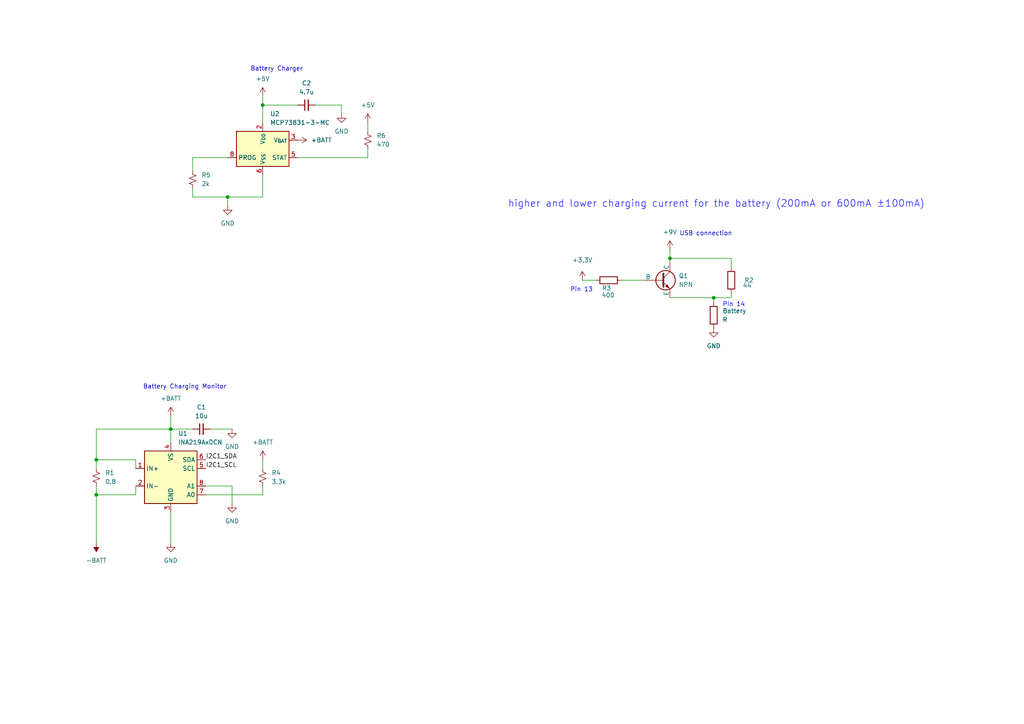
<source format=kicad_sch>
(kicad_sch (version 20250114) (generator "eeschema") (generator_version "9.0")
  (paper "A4")
  (lib_symbols
    (symbol "Battery_Management:MCP73831-3-MC"
      (property "Reference" "U" (at -7.62 6.35 0))
      (property "Value" "MCP73831-3-MC" (at 1.27 6.35 0))
      (symbol "MCP73831-3-MC_0_1"
        (rectangle (start -7.62 5.08) (end 7.62 -5.08) (stroke (width 0.254)) (fill (type background)))
      )
      (symbol "MCP73831-3-MC_1_1"
        (pin input line (at -10.16 -2.54 0) (length 2.54) (name "PROG") (number "8"))
        (pin no_connect line (at -7.62 2.54 0) (length 2.54) (hide yes) (name "NC") (number "7"))
        (pin passive line (at 0 7.62 270) (length 2.54) (hide yes) (name "V_{DD}") (number "1"))
        (pin power_in line (at 0 7.62 270) (length 2.54) (name "V_{DD}") (number "2"))
        (pin power_in line (at 0 -7.62 90) (length 2.54) (name "V_{SS}") (number "6"))
        (pin power_out line (at 10.16 2.54 180) (length 2.54) (name "V_{BAT}") (number "3"))
        (pin passive line (at 10.16 2.54 180) (length 2.54) (hide yes) (name "V_{BAT}") (number "4"))
        (pin tri_state line (at 10.16 -2.54 180) (length 2.54) (name "STAT") (number "5"))
      )
    )
    (symbol "Device:C_Small" (pin_numbers (hide yes)) (pin_names (offset 0.254) (hide yes))
      (property "Reference" "C" (at 0.254 1.778 0))
      (property "Value" "C_Small" (at 0.254 -2.032 0))
      (symbol "C_Small_0_1"
        (polyline (pts (xy -1.524 0.508) (xy 1.524 0.508)) (stroke (width 0.3048)))
        (polyline (pts (xy -1.524 -0.508) (xy 1.524 -0.508)) (stroke (width 0.3302)))
      )
      (symbol "C_Small_1_1"
        (pin passive line (at 0 2.54 270) (length 2.032) (name "~") (number "1"))
        (pin passive line (at 0 -2.54 90) (length 2.032) (name "~") (number "2"))
      )
    )
    (symbol "Device:R" (pin_numbers (hide yes)) (pin_names (offset 0))
      (property "Reference" "R" (at 2.032 0 90))
      (property "Value" "R" (at 0 0 90))
      (symbol "R_0_1"
        (rectangle (start -1.016 -2.54) (end 1.016 2.54) (stroke (width 0.254)))
      )
      (symbol "R_1_1"
        (pin passive line (at 0 3.81 270) (length 1.27) (name "~") (number "1"))
        (pin passive line (at 0 -3.81 90) (length 1.27) (name "~") (number "2"))
      )
    )
    (symbol "Device:R_Small_US" (pin_numbers (hide yes)) (pin_names (offset 0.254) (hide yes))
      (property "Reference" "R" (at 0.762 0.508 0))
      (property "Value" "R_Small_US" (at 0.762 -1.016 0))
      (symbol "R_Small_US_1_1"
        (polyline (pts (xy 0 1.524) (xy 1.016 1.143) (xy 0 0.762) (xy -1.016 0.381) (xy 0 0)))
        (polyline (pts (xy 0 0) (xy 1.016 -0.381) (xy 0 -0.762) (xy -1.016 -1.143) (xy 0 -1.524)))
        (pin passive line (at 0 2.54 270) (length 1.016) (name "~") (number "1"))
        (pin passive line (at 0 -2.54 90) (length 1.016) (name "~") (number "2"))
      )
    )
    (symbol "Sensor_Energy:INA219AxDCN"
      (property "Reference" "U" (at -6.35 8.89 0))
      (property "Value" "INA219AxDCN" (at 6.35 8.89 0))
      (symbol "INA219AxDCN_0_1"
        (rectangle (start -7.62 7.62) (end 7.62 -7.62) (stroke (width 0.254)) (fill (type background)))
      )
      (symbol "INA219AxDCN_1_1"
        (pin input line (at -10.16 2.54 0) (length 2.54) (name "IN+") (number "1"))
        (pin input line (at -10.16 -2.54 0) (length 2.54) (name "IN-") (number "2"))
        (pin power_in line (at 0 10.16 270) (length 2.54) (name "VS") (number "4"))
        (pin power_in line (at 0 -10.16 90) (length 2.54) (name "GND") (number "3"))
        (pin bidirectional line (at 10.16 5.08 180) (length 2.54) (name "SDA") (number "6"))
        (pin input line (at 10.16 2.54 180) (length 2.54) (name "SCL") (number "5"))
        (pin input line (at 10.16 -2.54 180) (length 2.54) (name "A1") (number "8"))
        (pin input line (at 10.16 -5.08 180) (length 2.54) (name "A0") (number "7"))
      )
    )
    (symbol "Simulation_SPICE:NPN" (pin_numbers (hide yes)) (pin_names (offset 0))
      (property "Reference" "Q" (at -2.54 7.62 0))
      (property "Value" "NPN" (at -2.54 5.08 0))
      (symbol "NPN_0_1"
        (polyline (pts (xy -2.54 0) (xy 0.635 0)) (stroke (width 0.1524)))
        (polyline (pts (xy 0.635 1.905) (xy 0.635 -1.905) (xy 0.635 -1.905)) (stroke (width 0.508)))
        (polyline (pts (xy 0.635 0.635) (xy 2.54 2.54)))
        (polyline (pts (xy 0.635 -0.635) (xy 2.54 -2.54) (xy 2.54 -2.54)))
        (circle (center 1.27 0) (radius 2.8194) (stroke (width 0.254)))
        (polyline (pts (xy 1.27 -1.778) (xy 1.778 -1.27) (xy 2.286 -2.286) (xy 1.27 -1.778) (xy 1.27 -1.778)) (fill (type outline)))
        (polyline (pts (xy 2.794 -1.27) (xy 2.794 -1.27)) (stroke (width 0.1524)))
        (polyline (pts (xy 2.794 -1.27) (xy 2.794 -1.27)) (stroke (width 0.1524)))
      )
      (symbol "NPN_1_1"
        (pin input line (at -5.08 0 0) (length 2.54) (name "B") (number "2"))
        (pin open_collector line (at 2.54 5.08 270) (length 2.54) (name "C") (number "1"))
        (pin open_emitter line (at 2.54 -5.08 90) (length 2.54) (name "E") (number "3"))
      )
    )
    (symbol "power:+3.3V" (power) (pin_numbers (hide yes)) (pin_names (offset 0) (hide yes))
      (property "Value" "+3.3V" (at 0 3.556 0))
      (symbol "+3.3V_0_1"
        (polyline (pts (xy -0.762 1.27) (xy 0 2.54)))
        (polyline (pts (xy 0 2.54) (xy 0.762 1.27)))
        (polyline (pts (xy 0 0) (xy 0 2.54)))
      )
      (symbol "+3.3V_1_1"
        (pin power_in line (at 0 0 90) (length 0) (name "~") (number "1"))
      )
    )
    (symbol "power:+5V" (power) (pin_numbers (hide yes)) (pin_names (offset 0) (hide yes))
      (property "Value" "+5V" (at 0 3.556 0))
      (symbol "+5V_0_1"
        (polyline (pts (xy -0.762 1.27) (xy 0 2.54)))
        (polyline (pts (xy 0 2.54) (xy 0.762 1.27)))
        (polyline (pts (xy 0 0) (xy 0 2.54)))
      )
      (symbol "+5V_1_1"
        (pin power_in line (at 0 0 90) (length 0) (name "~") (number "1"))
      )
    )
    (symbol "power:+9V" (power) (pin_numbers (hide yes)) (pin_names (offset 0) (hide yes))
      (property "Value" "+9V" (at 0 3.556 0))
      (symbol "+9V_0_1"
        (polyline (pts (xy -0.762 1.27) (xy 0 2.54)))
        (polyline (pts (xy 0 2.54) (xy 0.762 1.27)))
        (polyline (pts (xy 0 0) (xy 0 2.54)))
      )
      (symbol "+9V_1_1"
        (pin power_in line (at 0 0 90) (length 0) (name "~") (number "1"))
      )
    )
    (symbol "power:+BATT" (power) (pin_numbers (hide yes)) (pin_names (offset 0) (hide yes))
      (property "Value" "+BATT" (at 0 3.556 0))
      (symbol "+BATT_0_1"
        (polyline (pts (xy -0.762 1.27) (xy 0 2.54)))
        (polyline (pts (xy 0 2.54) (xy 0.762 1.27)))
        (polyline (pts (xy 0 0) (xy 0 2.54)))
      )
      (symbol "+BATT_1_1"
        (pin power_in line (at 0 0 90) (length 0) (name "~") (number "1"))
      )
    )
    (symbol "power:-BATT" (power) (pin_numbers (hide yes)) (pin_names (offset 0) (hide yes))
      (property "Value" "-BATT" (at 0 3.556 0))
      (symbol "-BATT_0_1"
        (polyline (pts (xy 0 0) (xy 0 2.54)))
        (polyline (pts (xy 0.762 1.27) (xy -0.762 1.27) (xy 0 2.54) (xy 0.762 1.27)) (fill (type outline)))
      )
      (symbol "-BATT_1_1"
        (pin power_in line (at 0 0 90) (length 0) (name "~") (number "1"))
      )
    )
    (symbol "power:GND" (power) (pin_numbers (hide yes)) (pin_names (offset 0) (hide yes))
      (property "Value" "GND" (at 0 -3.81 0))
      (symbol "GND_0_1"
        (polyline (pts (xy 0 0) (xy 0 -1.27) (xy 1.27 -1.27) (xy 0 -2.54) (xy -1.27 -1.27) (xy 0 -1.27)))
      )
      (symbol "GND_1_1"
        (pin power_in line (at 0 0 270) (length 0) (name "~") (number "1"))
      )
    )
  )
  (text "Battery Charging Monitor" (at 53.594 112.268 0) (effects (font (size 1.27 1.27))))
  (text "Pin 13" (at 168.656 84.074 0) (effects (font (size 1.27 1.27))))
  (text "higher and lower charging current for the battery (200mA or 600mA ±100mA)" (at 207.772 59.182 0) (effects (font (size 2 2))))
  (text "USB connection" (at 204.724 67.818 0) (effects (font (size 1.27 1.27))))
  (text "Battery Charger" (at 80.264 20.066 0) (effects (font (size 1.27 1.27))))
  (text "Pin 14" (at 212.852 88.392 0) (effects (font (size 1.27 1.27))))
  (junction (at 66.04 57.15))
  (junction (at 207.01 86.36))
  (junction (at 27.94 143.51))
  (junction (at 27.94 133.35))
  (junction (at 49.53 124.46))
  (junction (at 194.31 74.93))
  (junction (at 76.2 30.48))
  (wire (pts (xy 49.53 124.46) (xy 49.53 128.27)))
  (wire (pts (xy 76.2 133.35) (xy 76.2 135.89)))
  (wire (pts (xy 76.2 30.48) (xy 76.2 35.56)))
  (wire (pts (xy 55.88 57.15) (xy 66.04 57.15)))
  (wire (pts (xy 76.2 27.94) (xy 76.2 30.48)))
  (wire (pts (xy 55.88 45.72) (xy 66.04 45.72)))
  (wire (pts (xy 27.94 124.46) (xy 49.53 124.46)))
  (wire (pts (xy 66.04 59.69) (xy 66.04 57.15)))
  (wire (pts (xy 67.31 140.97) (xy 67.31 146.05)))
  (wire (pts (xy 39.37 140.97) (xy 39.37 143.51)))
  (wire (pts (xy 60.96 124.46) (xy 67.31 124.46)))
  (wire (pts (xy 27.94 133.35) (xy 27.94 124.46)))
  (wire (pts (xy 49.53 148.59) (xy 49.53 157.48)))
  (wire (pts (xy 49.53 124.46) (xy 55.88 124.46)))
  (wire (pts (xy 27.94 140.97) (xy 27.94 143.51)))
  (wire (pts (xy 194.31 74.93) (xy 212.09 74.93)))
  (wire (pts (xy 168.91 81.28) (xy 172.72 81.28)))
  (wire (pts (xy 91.44 30.48) (xy 99.06 30.48)))
  (wire (pts (xy 27.94 143.51) (xy 27.94 157.48)))
  (wire (pts (xy 212.09 74.93) (xy 212.09 77.47)))
  (wire (pts (xy 180.34 81.28) (xy 186.69 81.28)))
  (wire (pts (xy 106.68 35.56) (xy 106.68 38.1)))
  (wire (pts (xy 207.01 86.36) (xy 212.09 86.36)))
  (wire (pts (xy 212.09 86.36) (xy 212.09 85.09)))
  (wire (pts (xy 55.88 54.61) (xy 55.88 57.15)))
  (wire (pts (xy 76.2 57.15) (xy 76.2 50.8)))
  (wire (pts (xy 207.01 87.63) (xy 207.01 86.36)))
  (wire (pts (xy 39.37 133.35) (xy 27.94 133.35)))
  (wire (pts (xy 194.31 74.93) (xy 194.31 76.2)))
  (wire (pts (xy 39.37 143.51) (xy 27.94 143.51)))
  (wire (pts (xy 55.88 49.53) (xy 55.88 45.72)))
  (wire (pts (xy 39.37 135.89) (xy 39.37 133.35)))
  (wire (pts (xy 194.31 72.39) (xy 194.31 74.93)))
  (wire (pts (xy 194.31 86.36) (xy 207.01 86.36)))
  (wire (pts (xy 59.69 143.51) (xy 76.2 143.51)))
  (wire (pts (xy 106.68 45.72) (xy 86.36 45.72)))
  (wire (pts (xy 76.2 30.48) (xy 86.36 30.48)))
  (wire (pts (xy 27.94 133.35) (xy 27.94 135.89)))
  (wire (pts (xy 106.68 43.18) (xy 106.68 45.72)))
  (wire (pts (xy 66.04 57.15) (xy 76.2 57.15)))
  (wire (pts (xy 99.06 30.48) (xy 99.06 33.02)))
  (wire (pts (xy 59.69 140.97) (xy 67.31 140.97)))
  (wire (pts (xy 49.53 120.65) (xy 49.53 124.46)))
  (wire (pts (xy 76.2 140.97) (xy 76.2 143.51)))
  (label "I2C1_SDA" (at 59.69 133.35 0))
  (label "I2C1_SCL" (at 59.69 135.89 0))
  (symbol (lib_id "power:GND") (at 67.31 124.46 0) (unit 1)
    (property "Reference" "#PWR06" (effects (hide yes)))
    (property "Value" "GND" (at 67.31 129.54 0))
    (property "Description" "Power symbol creates a global label with name \"GND\" , ground" (effects (hide yes)))
  )
  (symbol (lib_id "power:+5V") (at 76.2 27.94 0) (unit 1)
    (property "Reference" "#PWR08" (effects (hide yes)))
    (property "Value" "+5V" (at 76.2 22.86 0))
    (property "Description" "Power symbol creates a global label with name \"+5V\"" (effects (hide yes)))
  )
  (symbol (lib_id "power:+BATT") (at 76.2 133.35 0) (unit 1)
    (property "Reference" "#PWR05" (effects (hide yes)))
    (property "Value" "+BATT" (at 76.2 128.27 0))
    (property "Description" "Power symbol creates a global label with name \"+BATT\"" (effects (hide yes)))
  )
  (symbol (lib_id "Battery_Management:MCP73831-3-MC") (at 76.2 43.18 0) (unit 1)
    (property "Reference" "U2" (at 78.3433 33.02 0) (effects (justify left)))
    (property "Value" "MCP73831-3-MC" (at 78.3433 35.56 0) (effects (justify left)))
    (property "Footprint" "Package_DFN_QFN:DFN-8-1EP_3x2mm_P0.5mm_EP1.7x1.4mm" (effects (hide yes)))
    (property "Datasheet" "http://ww1.microchip.com/downloads/en/DeviceDoc/20001984g.pdf" (effects (hide yes)))
    (property "Description" "Single cell, Li-Ion/Li-Po charge management controller, 4.35V, Tri-State Status Output, in DFN-8 package" (effects (hide yes)))
  )
  (symbol (lib_id "power:+5V") (at 106.68 35.56 0) (unit 1)
    (property "Reference" "#PWR014" (effects (hide yes)))
    (property "Value" "+5V" (at 106.68 30.48 0))
    (property "Description" "Power symbol creates a global label with name \"+5V\"" (effects (hide yes)))
  )
  (symbol (lib_id "power:GND") (at 49.53 157.48 0) (unit 1)
    (property "Reference" "#PWR04" (effects (hide yes)))
    (property "Value" "GND" (at 49.53 162.56 0))
    (property "Description" "Power symbol creates a global label with name \"GND\" , ground" (effects (hide yes)))
  )
  (symbol (lib_id "power:-BATT") (at 27.94 157.48 180) (unit 1)
    (property "Reference" "#PWR010" (effects (hide yes)))
    (property "Value" "-BATT" (at 27.94 162.56 0))
    (property "Description" "Power symbol creates a global label with name \"-BATT\"" (effects (hide yes)))
  )
  (symbol (lib_id "power:GND") (at 66.04 59.69 0) (unit 1)
    (property "Reference" "#PWR011" (effects (hide yes)))
    (property "Value" "GND" (at 66.04 64.77 0))
    (property "Description" "Power symbol creates a global label with name \"GND\" , ground" (effects (hide yes)))
  )
  (symbol (lib_id "power:+BATT") (at 86.36 40.64 270) (unit 1)
    (property "Reference" "#PWR013" (effects (hide yes)))
    (property "Value" "+BATT" (at 90.17 40.6399 90) (effects (justify left)))
    (property "Description" "Power symbol creates a global label with name \"+BATT\"" (effects (hide yes)))
  )
  (symbol (lib_id "Device:R_Small_US") (at 76.2 138.43 0) (unit 1)
    (property "Reference" "R4" (at 78.74 137.1599 0) (effects (justify left)))
    (property "Value" "3.3k" (at 78.74 139.6999 0) (effects (justify left)))
    (property "Description" "Resistor, small US symbol" (effects (hide yes)))
  )
  (symbol (lib_id "Device:R") (at 207.01 91.44 0) (unit 1)
    (property "Reference" "Battery" (at 209.55 90.1699 0) (effects (justify left)))
    (property "Value" "R" (at 209.55 92.7099 0) (effects (justify left)))
    (property "Description" "Resistor" (effects (hide yes)))
  )
  (symbol (lib_id "Device:C_Small") (at 88.9 30.48 90) (unit 1)
    (property "Reference" "C2" (at 88.9063 24.13 90))
    (property "Value" "4.7u" (at 88.9063 26.67 90))
    (property "Description" "Unpolarized capacitor, small symbol" (effects (hide yes)))
  )
  (symbol (lib_id "power:+9V") (at 194.31 72.39 0) (unit 1)
    (property "Reference" "#PWR01" (effects (hide yes)))
    (property "Value" "+9V" (at 194.31 67.31 0))
    (property "Description" "Power symbol creates a global label with name \"+9V\"" (effects (hide yes)))
  )
  (symbol (lib_id "power:GND") (at 99.06 33.02 0) (unit 1)
    (property "Reference" "#PWR09" (effects (hide yes)))
    (property "Value" "GND" (at 99.06 38.1 0))
    (property "Description" "Power symbol creates a global label with name \"GND\" , ground" (effects (hide yes)))
  )
  (symbol (lib_id "power:+BATT") (at 49.53 120.65 0) (unit 1)
    (property "Reference" "#PWR012" (effects (hide yes)))
    (property "Value" "+BATT" (at 49.53 115.57 0))
    (property "Description" "Power symbol creates a global label with name \"+BATT\"" (effects (hide yes)))
  )
  (symbol (lib_id "Device:R") (at 212.09 81.28 180) (unit 1)
    (property "Reference" "R2" (at 215.9 81.28 0) (effects (justify right)))
    (property "Value" "44" (at 215.392 82.804 0) (effects (justify right)))
    (property "Description" "Resistor" (effects (hide yes)))
  )
  (symbol (lib_id "Device:C_Small") (at 58.42 124.46 90) (unit 1)
    (property "Reference" "C1" (at 58.4263 118.11 90))
    (property "Value" "10u" (at 58.4263 120.65 90))
    (property "Description" "Unpolarized capacitor, small symbol" (effects (hide yes)))
  )
  (symbol (lib_id "Device:R_Small_US") (at 55.88 52.07 0) (unit 1)
    (property "Reference" "R5" (at 58.42 50.7999 0) (effects (justify left)))
    (property "Value" "2k" (at 58.42 53.3399 0) (effects (justify left)))
    (property "Description" "Resistor, small US symbol" (effects (hide yes)))
  )
  (symbol (lib_id "Device:R_Small_US") (at 27.94 138.43 0) (unit 1)
    (property "Reference" "R1" (at 30.48 137.1599 0) (effects (justify left)))
    (property "Value" "0.8" (at 30.48 139.6999 0) (effects (justify left)))
    (property "Description" "Resistor, small US symbol" (effects (hide yes)))
  )
  (symbol (lib_id "power:GND") (at 207.01 95.25 0) (unit 1)
    (property "Reference" "#PWR03" (effects (hide yes)))
    (property "Value" "GND" (at 207.01 100.33 0))
    (property "Description" "Power symbol creates a global label with name \"GND\" , ground" (effects (hide yes)))
  )
  (symbol (lib_id "power:+3.3V") (at 168.91 81.28 0) (unit 1)
    (property "Reference" "#PWR02" (effects (hide yes)))
    (property "Value" "+3.3V" (at 168.91 75.438 0))
    (property "Description" "Power symbol creates a global label with name \"+3.3V\"" (effects (hide yes)))
  )
  (symbol (lib_id "power:GND") (at 67.31 146.05 0) (unit 1)
    (property "Reference" "#PWR07" (effects (hide yes)))
    (property "Value" "GND" (at 67.31 151.13 0))
    (property "Description" "Power symbol creates a global label with name \"GND\" , ground" (effects (hide yes)))
  )
  (symbol (lib_id "Sensor_Energy:INA219AxDCN") (at 49.53 138.43 0) (unit 1)
    (property "Reference" "U1" (at 51.6733 125.73 0) (effects (justify left)))
    (property "Value" "INA219AxDCN" (at 51.6733 128.27 0) (effects (justify left)))
    (property "Footprint" "Package_TO_SOT_SMD:SOT-23-8" (effects (hide yes)))
    (property "Datasheet" "http://www.ti.com/lit/ds/symlink/ina219.pdf" (effects (hide yes)))
    (property "Description" "Zero-Drift, Bidirectional Current/Power Monitor (0-26V) With I2C Interface, SOT-23-8" (effects (hide yes)))
  )
  (symbol (lib_id "Device:R") (at 176.53 81.28 90) (unit 1)
    (property "Reference" "R3" (at 177.292 83.566 90) (effects (justify left)))
    (property "Value" "400" (at 178.308 85.598 90) (effects (justify left)))
    (property "Description" "Resistor" (effects (hide yes)))
  )
  (symbol (lib_id "Device:R_Small_US") (at 106.68 40.64 0) (unit 1)
    (property "Reference" "R6" (at 109.22 39.3699 0) (effects (justify left)))
    (property "Value" "470" (at 109.22 41.9099 0) (effects (justify left)))
    (property "Description" "Resistor, small US symbol" (effects (hide yes)))
  )
  (symbol (lib_id "Simulation_SPICE:NPN") (at 191.77 81.28 0) (unit 1)
    (property "Reference" "Q1" (at 196.85 80.0099 0) (effects (justify left)))
    (property "Value" "NPN" (at 196.85 82.5499 0) (effects (justify left)))
    (property "Datasheet" "https://ngspice.sourceforge.io/docs/ngspice-html-manual/manual.xhtml#cha_BJTs" (effects (hide yes)))
    (property "Description" "Bipolar transistor symbol for simulation only, substrate tied to the emitter" (effects (hide yes)))
    (property "Sim.Device" "NPN" (effects (hide yes)))
    (property "Sim.Type" "GUMMELPOON" (effects (hide yes)))
    (property "Sim.Pins" "1=C 2=B 3=E" (effects (hide yes)))
  )
)
</source>
